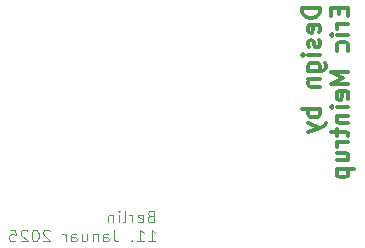
<source format=gbr>
%TF.GenerationSoftware,KiCad,Pcbnew,8.0.1*%
%TF.CreationDate,2025-01-11T03:08:54+01:00*%
%TF.ProjectId,Verteilerplatine,56657274-6569-46c6-9572-706c6174696e,rev?*%
%TF.SameCoordinates,Original*%
%TF.FileFunction,Legend,Bot*%
%TF.FilePolarity,Positive*%
%FSLAX46Y46*%
G04 Gerber Fmt 4.6, Leading zero omitted, Abs format (unit mm)*
G04 Created by KiCad (PCBNEW 8.0.1) date 2025-01-11 03:08:54*
%MOMM*%
%LPD*%
G01*
G04 APERTURE LIST*
%ADD10C,0.100000*%
%ADD11C,0.300000*%
G04 APERTURE END LIST*
D10*
X144112782Y-109938665D02*
X143969925Y-109986284D01*
X143969925Y-109986284D02*
X143922306Y-110033903D01*
X143922306Y-110033903D02*
X143874687Y-110129141D01*
X143874687Y-110129141D02*
X143874687Y-110271998D01*
X143874687Y-110271998D02*
X143922306Y-110367236D01*
X143922306Y-110367236D02*
X143969925Y-110414856D01*
X143969925Y-110414856D02*
X144065163Y-110462475D01*
X144065163Y-110462475D02*
X144446115Y-110462475D01*
X144446115Y-110462475D02*
X144446115Y-109462475D01*
X144446115Y-109462475D02*
X144112782Y-109462475D01*
X144112782Y-109462475D02*
X144017544Y-109510094D01*
X144017544Y-109510094D02*
X143969925Y-109557713D01*
X143969925Y-109557713D02*
X143922306Y-109652951D01*
X143922306Y-109652951D02*
X143922306Y-109748189D01*
X143922306Y-109748189D02*
X143969925Y-109843427D01*
X143969925Y-109843427D02*
X144017544Y-109891046D01*
X144017544Y-109891046D02*
X144112782Y-109938665D01*
X144112782Y-109938665D02*
X144446115Y-109938665D01*
X143065163Y-110414856D02*
X143160401Y-110462475D01*
X143160401Y-110462475D02*
X143350877Y-110462475D01*
X143350877Y-110462475D02*
X143446115Y-110414856D01*
X143446115Y-110414856D02*
X143493734Y-110319617D01*
X143493734Y-110319617D02*
X143493734Y-109938665D01*
X143493734Y-109938665D02*
X143446115Y-109843427D01*
X143446115Y-109843427D02*
X143350877Y-109795808D01*
X143350877Y-109795808D02*
X143160401Y-109795808D01*
X143160401Y-109795808D02*
X143065163Y-109843427D01*
X143065163Y-109843427D02*
X143017544Y-109938665D01*
X143017544Y-109938665D02*
X143017544Y-110033903D01*
X143017544Y-110033903D02*
X143493734Y-110129141D01*
X142588972Y-110462475D02*
X142588972Y-109795808D01*
X142588972Y-109986284D02*
X142541353Y-109891046D01*
X142541353Y-109891046D02*
X142493734Y-109843427D01*
X142493734Y-109843427D02*
X142398496Y-109795808D01*
X142398496Y-109795808D02*
X142303258Y-109795808D01*
X141827067Y-110462475D02*
X141922305Y-110414856D01*
X141922305Y-110414856D02*
X141969924Y-110319617D01*
X141969924Y-110319617D02*
X141969924Y-109462475D01*
X141446114Y-110462475D02*
X141446114Y-109795808D01*
X141446114Y-109462475D02*
X141493733Y-109510094D01*
X141493733Y-109510094D02*
X141446114Y-109557713D01*
X141446114Y-109557713D02*
X141398495Y-109510094D01*
X141398495Y-109510094D02*
X141446114Y-109462475D01*
X141446114Y-109462475D02*
X141446114Y-109557713D01*
X140969924Y-109795808D02*
X140969924Y-110462475D01*
X140969924Y-109891046D02*
X140922305Y-109843427D01*
X140922305Y-109843427D02*
X140827067Y-109795808D01*
X140827067Y-109795808D02*
X140684210Y-109795808D01*
X140684210Y-109795808D02*
X140588972Y-109843427D01*
X140588972Y-109843427D02*
X140541353Y-109938665D01*
X140541353Y-109938665D02*
X140541353Y-110462475D01*
X143922306Y-112072419D02*
X144493734Y-112072419D01*
X144208020Y-112072419D02*
X144208020Y-111072419D01*
X144208020Y-111072419D02*
X144303258Y-111215276D01*
X144303258Y-111215276D02*
X144398496Y-111310514D01*
X144398496Y-111310514D02*
X144493734Y-111358133D01*
X142969925Y-112072419D02*
X143541353Y-112072419D01*
X143255639Y-112072419D02*
X143255639Y-111072419D01*
X143255639Y-111072419D02*
X143350877Y-111215276D01*
X143350877Y-111215276D02*
X143446115Y-111310514D01*
X143446115Y-111310514D02*
X143541353Y-111358133D01*
X142541353Y-111977180D02*
X142493734Y-112024800D01*
X142493734Y-112024800D02*
X142541353Y-112072419D01*
X142541353Y-112072419D02*
X142588972Y-112024800D01*
X142588972Y-112024800D02*
X142541353Y-111977180D01*
X142541353Y-111977180D02*
X142541353Y-112072419D01*
X141017544Y-111072419D02*
X141017544Y-111786704D01*
X141017544Y-111786704D02*
X141065163Y-111929561D01*
X141065163Y-111929561D02*
X141160401Y-112024800D01*
X141160401Y-112024800D02*
X141303258Y-112072419D01*
X141303258Y-112072419D02*
X141398496Y-112072419D01*
X140112782Y-112072419D02*
X140112782Y-111548609D01*
X140112782Y-111548609D02*
X140160401Y-111453371D01*
X140160401Y-111453371D02*
X140255639Y-111405752D01*
X140255639Y-111405752D02*
X140446115Y-111405752D01*
X140446115Y-111405752D02*
X140541353Y-111453371D01*
X140112782Y-112024800D02*
X140208020Y-112072419D01*
X140208020Y-112072419D02*
X140446115Y-112072419D01*
X140446115Y-112072419D02*
X140541353Y-112024800D01*
X140541353Y-112024800D02*
X140588972Y-111929561D01*
X140588972Y-111929561D02*
X140588972Y-111834323D01*
X140588972Y-111834323D02*
X140541353Y-111739085D01*
X140541353Y-111739085D02*
X140446115Y-111691466D01*
X140446115Y-111691466D02*
X140208020Y-111691466D01*
X140208020Y-111691466D02*
X140112782Y-111643847D01*
X139636591Y-111405752D02*
X139636591Y-112072419D01*
X139636591Y-111500990D02*
X139588972Y-111453371D01*
X139588972Y-111453371D02*
X139493734Y-111405752D01*
X139493734Y-111405752D02*
X139350877Y-111405752D01*
X139350877Y-111405752D02*
X139255639Y-111453371D01*
X139255639Y-111453371D02*
X139208020Y-111548609D01*
X139208020Y-111548609D02*
X139208020Y-112072419D01*
X138303258Y-111405752D02*
X138303258Y-112072419D01*
X138731829Y-111405752D02*
X138731829Y-111929561D01*
X138731829Y-111929561D02*
X138684210Y-112024800D01*
X138684210Y-112024800D02*
X138588972Y-112072419D01*
X138588972Y-112072419D02*
X138446115Y-112072419D01*
X138446115Y-112072419D02*
X138350877Y-112024800D01*
X138350877Y-112024800D02*
X138303258Y-111977180D01*
X137398496Y-112072419D02*
X137398496Y-111548609D01*
X137398496Y-111548609D02*
X137446115Y-111453371D01*
X137446115Y-111453371D02*
X137541353Y-111405752D01*
X137541353Y-111405752D02*
X137731829Y-111405752D01*
X137731829Y-111405752D02*
X137827067Y-111453371D01*
X137398496Y-112024800D02*
X137493734Y-112072419D01*
X137493734Y-112072419D02*
X137731829Y-112072419D01*
X137731829Y-112072419D02*
X137827067Y-112024800D01*
X137827067Y-112024800D02*
X137874686Y-111929561D01*
X137874686Y-111929561D02*
X137874686Y-111834323D01*
X137874686Y-111834323D02*
X137827067Y-111739085D01*
X137827067Y-111739085D02*
X137731829Y-111691466D01*
X137731829Y-111691466D02*
X137493734Y-111691466D01*
X137493734Y-111691466D02*
X137398496Y-111643847D01*
X136922305Y-112072419D02*
X136922305Y-111405752D01*
X136922305Y-111596228D02*
X136874686Y-111500990D01*
X136874686Y-111500990D02*
X136827067Y-111453371D01*
X136827067Y-111453371D02*
X136731829Y-111405752D01*
X136731829Y-111405752D02*
X136636591Y-111405752D01*
X135588971Y-111167657D02*
X135541352Y-111120038D01*
X135541352Y-111120038D02*
X135446114Y-111072419D01*
X135446114Y-111072419D02*
X135208019Y-111072419D01*
X135208019Y-111072419D02*
X135112781Y-111120038D01*
X135112781Y-111120038D02*
X135065162Y-111167657D01*
X135065162Y-111167657D02*
X135017543Y-111262895D01*
X135017543Y-111262895D02*
X135017543Y-111358133D01*
X135017543Y-111358133D02*
X135065162Y-111500990D01*
X135065162Y-111500990D02*
X135636590Y-112072419D01*
X135636590Y-112072419D02*
X135017543Y-112072419D01*
X134398495Y-111072419D02*
X134303257Y-111072419D01*
X134303257Y-111072419D02*
X134208019Y-111120038D01*
X134208019Y-111120038D02*
X134160400Y-111167657D01*
X134160400Y-111167657D02*
X134112781Y-111262895D01*
X134112781Y-111262895D02*
X134065162Y-111453371D01*
X134065162Y-111453371D02*
X134065162Y-111691466D01*
X134065162Y-111691466D02*
X134112781Y-111881942D01*
X134112781Y-111881942D02*
X134160400Y-111977180D01*
X134160400Y-111977180D02*
X134208019Y-112024800D01*
X134208019Y-112024800D02*
X134303257Y-112072419D01*
X134303257Y-112072419D02*
X134398495Y-112072419D01*
X134398495Y-112072419D02*
X134493733Y-112024800D01*
X134493733Y-112024800D02*
X134541352Y-111977180D01*
X134541352Y-111977180D02*
X134588971Y-111881942D01*
X134588971Y-111881942D02*
X134636590Y-111691466D01*
X134636590Y-111691466D02*
X134636590Y-111453371D01*
X134636590Y-111453371D02*
X134588971Y-111262895D01*
X134588971Y-111262895D02*
X134541352Y-111167657D01*
X134541352Y-111167657D02*
X134493733Y-111120038D01*
X134493733Y-111120038D02*
X134398495Y-111072419D01*
X133684209Y-111167657D02*
X133636590Y-111120038D01*
X133636590Y-111120038D02*
X133541352Y-111072419D01*
X133541352Y-111072419D02*
X133303257Y-111072419D01*
X133303257Y-111072419D02*
X133208019Y-111120038D01*
X133208019Y-111120038D02*
X133160400Y-111167657D01*
X133160400Y-111167657D02*
X133112781Y-111262895D01*
X133112781Y-111262895D02*
X133112781Y-111358133D01*
X133112781Y-111358133D02*
X133160400Y-111500990D01*
X133160400Y-111500990D02*
X133731828Y-112072419D01*
X133731828Y-112072419D02*
X133112781Y-112072419D01*
X132208019Y-111072419D02*
X132684209Y-111072419D01*
X132684209Y-111072419D02*
X132731828Y-111548609D01*
X132731828Y-111548609D02*
X132684209Y-111500990D01*
X132684209Y-111500990D02*
X132588971Y-111453371D01*
X132588971Y-111453371D02*
X132350876Y-111453371D01*
X132350876Y-111453371D02*
X132255638Y-111500990D01*
X132255638Y-111500990D02*
X132208019Y-111548609D01*
X132208019Y-111548609D02*
X132160400Y-111643847D01*
X132160400Y-111643847D02*
X132160400Y-111881942D01*
X132160400Y-111881942D02*
X132208019Y-111977180D01*
X132208019Y-111977180D02*
X132255638Y-112024800D01*
X132255638Y-112024800D02*
X132350876Y-112072419D01*
X132350876Y-112072419D02*
X132588971Y-112072419D01*
X132588971Y-112072419D02*
X132684209Y-112024800D01*
X132684209Y-112024800D02*
X132731828Y-111977180D01*
D11*
X158460912Y-92279510D02*
X156960912Y-92279510D01*
X156960912Y-92279510D02*
X156960912Y-92636653D01*
X156960912Y-92636653D02*
X157032341Y-92850939D01*
X157032341Y-92850939D02*
X157175198Y-92993796D01*
X157175198Y-92993796D02*
X157318055Y-93065225D01*
X157318055Y-93065225D02*
X157603769Y-93136653D01*
X157603769Y-93136653D02*
X157818055Y-93136653D01*
X157818055Y-93136653D02*
X158103769Y-93065225D01*
X158103769Y-93065225D02*
X158246626Y-92993796D01*
X158246626Y-92993796D02*
X158389484Y-92850939D01*
X158389484Y-92850939D02*
X158460912Y-92636653D01*
X158460912Y-92636653D02*
X158460912Y-92279510D01*
X158389484Y-94350939D02*
X158460912Y-94208082D01*
X158460912Y-94208082D02*
X158460912Y-93922368D01*
X158460912Y-93922368D02*
X158389484Y-93779510D01*
X158389484Y-93779510D02*
X158246626Y-93708082D01*
X158246626Y-93708082D02*
X157675198Y-93708082D01*
X157675198Y-93708082D02*
X157532341Y-93779510D01*
X157532341Y-93779510D02*
X157460912Y-93922368D01*
X157460912Y-93922368D02*
X157460912Y-94208082D01*
X157460912Y-94208082D02*
X157532341Y-94350939D01*
X157532341Y-94350939D02*
X157675198Y-94422368D01*
X157675198Y-94422368D02*
X157818055Y-94422368D01*
X157818055Y-94422368D02*
X157960912Y-93708082D01*
X158389484Y-94993796D02*
X158460912Y-95136653D01*
X158460912Y-95136653D02*
X158460912Y-95422367D01*
X158460912Y-95422367D02*
X158389484Y-95565224D01*
X158389484Y-95565224D02*
X158246626Y-95636653D01*
X158246626Y-95636653D02*
X158175198Y-95636653D01*
X158175198Y-95636653D02*
X158032341Y-95565224D01*
X158032341Y-95565224D02*
X157960912Y-95422367D01*
X157960912Y-95422367D02*
X157960912Y-95208082D01*
X157960912Y-95208082D02*
X157889484Y-95065224D01*
X157889484Y-95065224D02*
X157746626Y-94993796D01*
X157746626Y-94993796D02*
X157675198Y-94993796D01*
X157675198Y-94993796D02*
X157532341Y-95065224D01*
X157532341Y-95065224D02*
X157460912Y-95208082D01*
X157460912Y-95208082D02*
X157460912Y-95422367D01*
X157460912Y-95422367D02*
X157532341Y-95565224D01*
X158460912Y-96279510D02*
X157460912Y-96279510D01*
X156960912Y-96279510D02*
X157032341Y-96208082D01*
X157032341Y-96208082D02*
X157103769Y-96279510D01*
X157103769Y-96279510D02*
X157032341Y-96350939D01*
X157032341Y-96350939D02*
X156960912Y-96279510D01*
X156960912Y-96279510D02*
X157103769Y-96279510D01*
X157460912Y-97636654D02*
X158675198Y-97636654D01*
X158675198Y-97636654D02*
X158818055Y-97565225D01*
X158818055Y-97565225D02*
X158889484Y-97493796D01*
X158889484Y-97493796D02*
X158960912Y-97350939D01*
X158960912Y-97350939D02*
X158960912Y-97136654D01*
X158960912Y-97136654D02*
X158889484Y-96993796D01*
X158389484Y-97636654D02*
X158460912Y-97493796D01*
X158460912Y-97493796D02*
X158460912Y-97208082D01*
X158460912Y-97208082D02*
X158389484Y-97065225D01*
X158389484Y-97065225D02*
X158318055Y-96993796D01*
X158318055Y-96993796D02*
X158175198Y-96922368D01*
X158175198Y-96922368D02*
X157746626Y-96922368D01*
X157746626Y-96922368D02*
X157603769Y-96993796D01*
X157603769Y-96993796D02*
X157532341Y-97065225D01*
X157532341Y-97065225D02*
X157460912Y-97208082D01*
X157460912Y-97208082D02*
X157460912Y-97493796D01*
X157460912Y-97493796D02*
X157532341Y-97636654D01*
X157460912Y-98350939D02*
X158460912Y-98350939D01*
X157603769Y-98350939D02*
X157532341Y-98422368D01*
X157532341Y-98422368D02*
X157460912Y-98565225D01*
X157460912Y-98565225D02*
X157460912Y-98779511D01*
X157460912Y-98779511D02*
X157532341Y-98922368D01*
X157532341Y-98922368D02*
X157675198Y-98993797D01*
X157675198Y-98993797D02*
X158460912Y-98993797D01*
X158460912Y-100850939D02*
X156960912Y-100850939D01*
X157532341Y-100850939D02*
X157460912Y-100993797D01*
X157460912Y-100993797D02*
X157460912Y-101279511D01*
X157460912Y-101279511D02*
X157532341Y-101422368D01*
X157532341Y-101422368D02*
X157603769Y-101493797D01*
X157603769Y-101493797D02*
X157746626Y-101565225D01*
X157746626Y-101565225D02*
X158175198Y-101565225D01*
X158175198Y-101565225D02*
X158318055Y-101493797D01*
X158318055Y-101493797D02*
X158389484Y-101422368D01*
X158389484Y-101422368D02*
X158460912Y-101279511D01*
X158460912Y-101279511D02*
X158460912Y-100993797D01*
X158460912Y-100993797D02*
X158389484Y-100850939D01*
X157460912Y-102065225D02*
X158460912Y-102422368D01*
X157460912Y-102779511D02*
X158460912Y-102422368D01*
X158460912Y-102422368D02*
X158818055Y-102279511D01*
X158818055Y-102279511D02*
X158889484Y-102208082D01*
X158889484Y-102208082D02*
X158960912Y-102065225D01*
X160090114Y-92279510D02*
X160090114Y-92779510D01*
X160875828Y-92993796D02*
X160875828Y-92279510D01*
X160875828Y-92279510D02*
X159375828Y-92279510D01*
X159375828Y-92279510D02*
X159375828Y-92993796D01*
X160875828Y-93636653D02*
X159875828Y-93636653D01*
X160161542Y-93636653D02*
X160018685Y-93708082D01*
X160018685Y-93708082D02*
X159947257Y-93779511D01*
X159947257Y-93779511D02*
X159875828Y-93922368D01*
X159875828Y-93922368D02*
X159875828Y-94065225D01*
X160875828Y-94565224D02*
X159875828Y-94565224D01*
X159375828Y-94565224D02*
X159447257Y-94493796D01*
X159447257Y-94493796D02*
X159518685Y-94565224D01*
X159518685Y-94565224D02*
X159447257Y-94636653D01*
X159447257Y-94636653D02*
X159375828Y-94565224D01*
X159375828Y-94565224D02*
X159518685Y-94565224D01*
X160804400Y-95922368D02*
X160875828Y-95779510D01*
X160875828Y-95779510D02*
X160875828Y-95493796D01*
X160875828Y-95493796D02*
X160804400Y-95350939D01*
X160804400Y-95350939D02*
X160732971Y-95279510D01*
X160732971Y-95279510D02*
X160590114Y-95208082D01*
X160590114Y-95208082D02*
X160161542Y-95208082D01*
X160161542Y-95208082D02*
X160018685Y-95279510D01*
X160018685Y-95279510D02*
X159947257Y-95350939D01*
X159947257Y-95350939D02*
X159875828Y-95493796D01*
X159875828Y-95493796D02*
X159875828Y-95779510D01*
X159875828Y-95779510D02*
X159947257Y-95922368D01*
X160875828Y-97708081D02*
X159375828Y-97708081D01*
X159375828Y-97708081D02*
X160447257Y-98208081D01*
X160447257Y-98208081D02*
X159375828Y-98708081D01*
X159375828Y-98708081D02*
X160875828Y-98708081D01*
X160804400Y-99993796D02*
X160875828Y-99850939D01*
X160875828Y-99850939D02*
X160875828Y-99565225D01*
X160875828Y-99565225D02*
X160804400Y-99422367D01*
X160804400Y-99422367D02*
X160661542Y-99350939D01*
X160661542Y-99350939D02*
X160090114Y-99350939D01*
X160090114Y-99350939D02*
X159947257Y-99422367D01*
X159947257Y-99422367D02*
X159875828Y-99565225D01*
X159875828Y-99565225D02*
X159875828Y-99850939D01*
X159875828Y-99850939D02*
X159947257Y-99993796D01*
X159947257Y-99993796D02*
X160090114Y-100065225D01*
X160090114Y-100065225D02*
X160232971Y-100065225D01*
X160232971Y-100065225D02*
X160375828Y-99350939D01*
X160875828Y-100708081D02*
X159875828Y-100708081D01*
X159375828Y-100708081D02*
X159447257Y-100636653D01*
X159447257Y-100636653D02*
X159518685Y-100708081D01*
X159518685Y-100708081D02*
X159447257Y-100779510D01*
X159447257Y-100779510D02*
X159375828Y-100708081D01*
X159375828Y-100708081D02*
X159518685Y-100708081D01*
X159875828Y-101422367D02*
X160875828Y-101422367D01*
X160018685Y-101422367D02*
X159947257Y-101493796D01*
X159947257Y-101493796D02*
X159875828Y-101636653D01*
X159875828Y-101636653D02*
X159875828Y-101850939D01*
X159875828Y-101850939D02*
X159947257Y-101993796D01*
X159947257Y-101993796D02*
X160090114Y-102065225D01*
X160090114Y-102065225D02*
X160875828Y-102065225D01*
X159875828Y-102565225D02*
X159875828Y-103136653D01*
X159375828Y-102779510D02*
X160661542Y-102779510D01*
X160661542Y-102779510D02*
X160804400Y-102850939D01*
X160804400Y-102850939D02*
X160875828Y-102993796D01*
X160875828Y-102993796D02*
X160875828Y-103136653D01*
X160875828Y-103636653D02*
X159875828Y-103636653D01*
X160161542Y-103636653D02*
X160018685Y-103708082D01*
X160018685Y-103708082D02*
X159947257Y-103779511D01*
X159947257Y-103779511D02*
X159875828Y-103922368D01*
X159875828Y-103922368D02*
X159875828Y-104065225D01*
X159875828Y-105208082D02*
X160875828Y-105208082D01*
X159875828Y-104565224D02*
X160661542Y-104565224D01*
X160661542Y-104565224D02*
X160804400Y-104636653D01*
X160804400Y-104636653D02*
X160875828Y-104779510D01*
X160875828Y-104779510D02*
X160875828Y-104993796D01*
X160875828Y-104993796D02*
X160804400Y-105136653D01*
X160804400Y-105136653D02*
X160732971Y-105208082D01*
X159875828Y-105922367D02*
X161375828Y-105922367D01*
X159947257Y-105922367D02*
X159875828Y-106065225D01*
X159875828Y-106065225D02*
X159875828Y-106350939D01*
X159875828Y-106350939D02*
X159947257Y-106493796D01*
X159947257Y-106493796D02*
X160018685Y-106565225D01*
X160018685Y-106565225D02*
X160161542Y-106636653D01*
X160161542Y-106636653D02*
X160590114Y-106636653D01*
X160590114Y-106636653D02*
X160732971Y-106565225D01*
X160732971Y-106565225D02*
X160804400Y-106493796D01*
X160804400Y-106493796D02*
X160875828Y-106350939D01*
X160875828Y-106350939D02*
X160875828Y-106065225D01*
X160875828Y-106065225D02*
X160804400Y-105922367D01*
M02*

</source>
